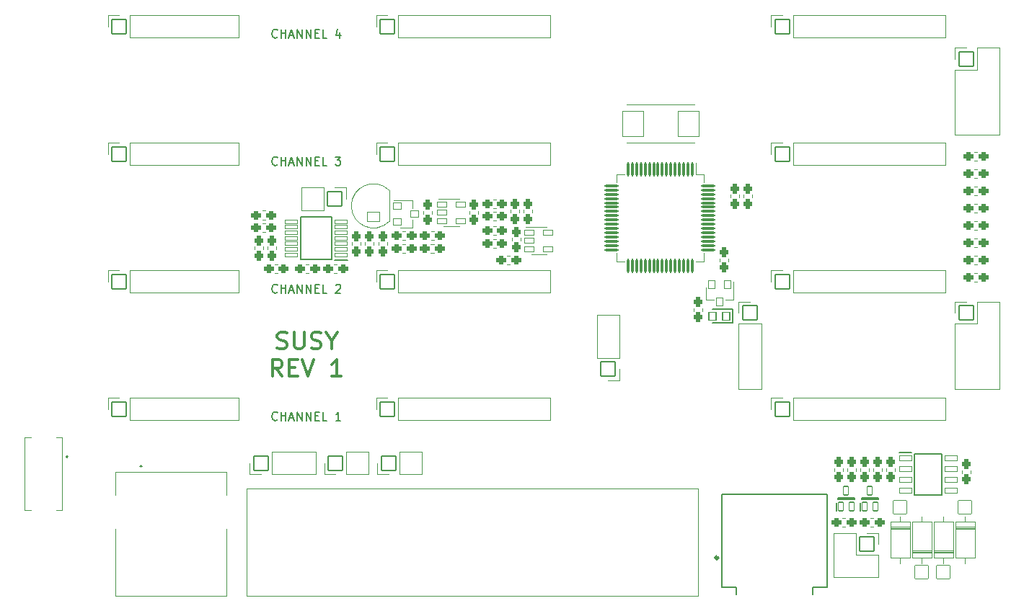
<source format=gto>
G04 #@! TF.GenerationSoftware,KiCad,Pcbnew,(6.0.4)*
G04 #@! TF.CreationDate,2022-04-17T17:26:00-05:00*
G04 #@! TF.ProjectId,interface,696e7465-7266-4616-9365-2e6b69636164,rev?*
G04 #@! TF.SameCoordinates,Original*
G04 #@! TF.FileFunction,Legend,Top*
G04 #@! TF.FilePolarity,Positive*
%FSLAX46Y46*%
G04 Gerber Fmt 4.6, Leading zero omitted, Abs format (unit mm)*
G04 Created by KiCad (PCBNEW (6.0.4)) date 2022-04-17 17:26:00*
%MOMM*%
%LPD*%
G01*
G04 APERTURE LIST*
G04 Aperture macros list*
%AMRoundRect*
0 Rectangle with rounded corners*
0 $1 Rounding radius*
0 $2 $3 $4 $5 $6 $7 $8 $9 X,Y pos of 4 corners*
0 Add a 4 corners polygon primitive as box body*
4,1,4,$2,$3,$4,$5,$6,$7,$8,$9,$2,$3,0*
0 Add four circle primitives for the rounded corners*
1,1,$1+$1,$2,$3*
1,1,$1+$1,$4,$5*
1,1,$1+$1,$6,$7*
1,1,$1+$1,$8,$9*
0 Add four rect primitives between the rounded corners*
20,1,$1+$1,$2,$3,$4,$5,0*
20,1,$1+$1,$4,$5,$6,$7,0*
20,1,$1+$1,$6,$7,$8,$9,0*
20,1,$1+$1,$8,$9,$2,$3,0*%
G04 Aperture macros list end*
%ADD10C,0.150000*%
%ADD11C,0.300000*%
%ADD12C,0.100000*%
%ADD13C,0.200000*%
%ADD14C,0.120000*%
%ADD15C,0.127000*%
%ADD16C,0.340000*%
%ADD17C,1.402000*%
%ADD18C,2.352000*%
%ADD19C,5.502000*%
%ADD20O,1.802000X1.802000*%
%ADD21RoundRect,0.051000X-0.850000X-0.850000X0.850000X-0.850000X0.850000X0.850000X-0.850000X0.850000X0*%
%ADD22RoundRect,0.051000X0.750000X-0.525000X0.750000X0.525000X-0.750000X0.525000X-0.750000X-0.525000X0*%
%ADD23O,1.602000X1.152000*%
%ADD24RoundRect,0.288500X-0.287500X-0.237500X0.287500X-0.237500X0.287500X0.237500X-0.287500X0.237500X0*%
%ADD25RoundRect,0.288500X-0.237500X0.287500X-0.237500X-0.287500X0.237500X-0.287500X0.237500X0.287500X0*%
%ADD26RoundRect,0.288500X0.237500X-0.287500X0.237500X0.287500X-0.237500X0.287500X-0.237500X-0.287500X0*%
%ADD27RoundRect,0.288500X0.287500X0.237500X-0.287500X0.237500X-0.287500X-0.237500X0.287500X-0.237500X0*%
%ADD28RoundRect,0.051000X-0.450000X-0.400000X0.450000X-0.400000X0.450000X0.400000X-0.450000X0.400000X0*%
%ADD29RoundRect,0.051000X0.275000X0.500000X-0.275000X0.500000X-0.275000X-0.500000X0.275000X-0.500000X0*%
%ADD30RoundRect,0.051000X-0.850000X0.850000X-0.850000X-0.850000X0.850000X-0.850000X0.850000X0.850000X0*%
%ADD31RoundRect,0.051000X-0.737500X0.225000X-0.737500X-0.225000X0.737500X-0.225000X0.737500X0.225000X0*%
%ADD32RoundRect,0.051000X0.750000X-0.325000X0.750000X0.325000X-0.750000X0.325000X-0.750000X-0.325000X0*%
%ADD33O,1.702000X1.702000*%
%ADD34RoundRect,0.051000X-0.800000X0.800000X-0.800000X-0.800000X0.800000X-0.800000X0.800000X0.800000X0*%
%ADD35RoundRect,0.051000X0.800000X-0.800000X0.800000X0.800000X-0.800000X0.800000X-0.800000X-0.800000X0*%
%ADD36C,1.302000*%
%ADD37O,1.410000X2.718000*%
%ADD38O,2.718000X1.410000*%
%ADD39C,3.552000*%
%ADD40C,1.502000*%
%ADD41RoundRect,0.051000X1.250000X1.500000X-1.250000X1.500000X-1.250000X-1.500000X1.250000X-1.500000X0*%
%ADD42RoundRect,0.051000X-0.400000X0.450000X-0.400000X-0.450000X0.400000X-0.450000X0.400000X0.450000X0*%
%ADD43RoundRect,0.051000X0.425000X0.475000X-0.425000X0.475000X-0.425000X-0.475000X0.425000X-0.475000X0*%
%ADD44RoundRect,0.051000X0.850000X-0.850000X0.850000X0.850000X-0.850000X0.850000X-0.850000X-0.850000X0*%
%ADD45RoundRect,0.051000X-0.530000X-0.325000X0.530000X-0.325000X0.530000X0.325000X-0.530000X0.325000X0*%
%ADD46C,4.902000*%
%ADD47RoundRect,0.126000X-0.700000X0.075000X-0.700000X-0.075000X0.700000X-0.075000X0.700000X0.075000X0*%
%ADD48RoundRect,0.126000X-0.075000X0.700000X-0.075000X-0.700000X0.075000X-0.700000X0.075000X0.700000X0*%
%ADD49RoundRect,0.051000X0.850000X0.850000X-0.850000X0.850000X-0.850000X-0.850000X0.850000X-0.850000X0*%
G04 APERTURE END LIST*
D10*
X135787238Y-72747142D02*
X135739619Y-72794761D01*
X135596761Y-72842380D01*
X135501523Y-72842380D01*
X135358666Y-72794761D01*
X135263428Y-72699523D01*
X135215809Y-72604285D01*
X135168190Y-72413809D01*
X135168190Y-72270952D01*
X135215809Y-72080476D01*
X135263428Y-71985238D01*
X135358666Y-71890000D01*
X135501523Y-71842380D01*
X135596761Y-71842380D01*
X135739619Y-71890000D01*
X135787238Y-71937619D01*
X136215809Y-72842380D02*
X136215809Y-71842380D01*
X136215809Y-72318571D02*
X136787238Y-72318571D01*
X136787238Y-72842380D02*
X136787238Y-71842380D01*
X137215809Y-72556666D02*
X137692000Y-72556666D01*
X137120571Y-72842380D02*
X137453904Y-71842380D01*
X137787238Y-72842380D01*
X138120571Y-72842380D02*
X138120571Y-71842380D01*
X138692000Y-72842380D01*
X138692000Y-71842380D01*
X139168190Y-72842380D02*
X139168190Y-71842380D01*
X139739619Y-72842380D01*
X139739619Y-71842380D01*
X140215809Y-72318571D02*
X140549142Y-72318571D01*
X140692000Y-72842380D02*
X140215809Y-72842380D01*
X140215809Y-71842380D01*
X140692000Y-71842380D01*
X141596761Y-72842380D02*
X141120571Y-72842380D01*
X141120571Y-71842380D01*
X143120571Y-72175714D02*
X143120571Y-72842380D01*
X142882476Y-71794761D02*
X142644380Y-72509047D01*
X143263428Y-72509047D01*
X135787238Y-87733142D02*
X135739619Y-87780761D01*
X135596761Y-87828380D01*
X135501523Y-87828380D01*
X135358666Y-87780761D01*
X135263428Y-87685523D01*
X135215809Y-87590285D01*
X135168190Y-87399809D01*
X135168190Y-87256952D01*
X135215809Y-87066476D01*
X135263428Y-86971238D01*
X135358666Y-86876000D01*
X135501523Y-86828380D01*
X135596761Y-86828380D01*
X135739619Y-86876000D01*
X135787238Y-86923619D01*
X136215809Y-87828380D02*
X136215809Y-86828380D01*
X136215809Y-87304571D02*
X136787238Y-87304571D01*
X136787238Y-87828380D02*
X136787238Y-86828380D01*
X137215809Y-87542666D02*
X137692000Y-87542666D01*
X137120571Y-87828380D02*
X137453904Y-86828380D01*
X137787238Y-87828380D01*
X138120571Y-87828380D02*
X138120571Y-86828380D01*
X138692000Y-87828380D01*
X138692000Y-86828380D01*
X139168190Y-87828380D02*
X139168190Y-86828380D01*
X139739619Y-87828380D01*
X139739619Y-86828380D01*
X140215809Y-87304571D02*
X140549142Y-87304571D01*
X140692000Y-87828380D02*
X140215809Y-87828380D01*
X140215809Y-86828380D01*
X140692000Y-86828380D01*
X141596761Y-87828380D02*
X141120571Y-87828380D01*
X141120571Y-86828380D01*
X142596761Y-86828380D02*
X143215809Y-86828380D01*
X142882476Y-87209333D01*
X143025333Y-87209333D01*
X143120571Y-87256952D01*
X143168190Y-87304571D01*
X143215809Y-87399809D01*
X143215809Y-87637904D01*
X143168190Y-87733142D01*
X143120571Y-87780761D01*
X143025333Y-87828380D01*
X142739619Y-87828380D01*
X142644380Y-87780761D01*
X142596761Y-87733142D01*
X135787238Y-102719142D02*
X135739619Y-102766761D01*
X135596761Y-102814380D01*
X135501523Y-102814380D01*
X135358666Y-102766761D01*
X135263428Y-102671523D01*
X135215809Y-102576285D01*
X135168190Y-102385809D01*
X135168190Y-102242952D01*
X135215809Y-102052476D01*
X135263428Y-101957238D01*
X135358666Y-101862000D01*
X135501523Y-101814380D01*
X135596761Y-101814380D01*
X135739619Y-101862000D01*
X135787238Y-101909619D01*
X136215809Y-102814380D02*
X136215809Y-101814380D01*
X136215809Y-102290571D02*
X136787238Y-102290571D01*
X136787238Y-102814380D02*
X136787238Y-101814380D01*
X137215809Y-102528666D02*
X137692000Y-102528666D01*
X137120571Y-102814380D02*
X137453904Y-101814380D01*
X137787238Y-102814380D01*
X138120571Y-102814380D02*
X138120571Y-101814380D01*
X138692000Y-102814380D01*
X138692000Y-101814380D01*
X139168190Y-102814380D02*
X139168190Y-101814380D01*
X139739619Y-102814380D01*
X139739619Y-101814380D01*
X140215809Y-102290571D02*
X140549142Y-102290571D01*
X140692000Y-102814380D02*
X140215809Y-102814380D01*
X140215809Y-101814380D01*
X140692000Y-101814380D01*
X141596761Y-102814380D02*
X141120571Y-102814380D01*
X141120571Y-101814380D01*
X142644380Y-101909619D02*
X142692000Y-101862000D01*
X142787238Y-101814380D01*
X143025333Y-101814380D01*
X143120571Y-101862000D01*
X143168190Y-101909619D01*
X143215809Y-102004857D01*
X143215809Y-102100095D01*
X143168190Y-102242952D01*
X142596761Y-102814380D01*
X143215809Y-102814380D01*
X135787238Y-117705142D02*
X135739619Y-117752761D01*
X135596761Y-117800380D01*
X135501523Y-117800380D01*
X135358666Y-117752761D01*
X135263428Y-117657523D01*
X135215809Y-117562285D01*
X135168190Y-117371809D01*
X135168190Y-117228952D01*
X135215809Y-117038476D01*
X135263428Y-116943238D01*
X135358666Y-116848000D01*
X135501523Y-116800380D01*
X135596761Y-116800380D01*
X135739619Y-116848000D01*
X135787238Y-116895619D01*
X136215809Y-117800380D02*
X136215809Y-116800380D01*
X136215809Y-117276571D02*
X136787238Y-117276571D01*
X136787238Y-117800380D02*
X136787238Y-116800380D01*
X137215809Y-117514666D02*
X137692000Y-117514666D01*
X137120571Y-117800380D02*
X137453904Y-116800380D01*
X137787238Y-117800380D01*
X138120571Y-117800380D02*
X138120571Y-116800380D01*
X138692000Y-117800380D01*
X138692000Y-116800380D01*
X139168190Y-117800380D02*
X139168190Y-116800380D01*
X139739619Y-117800380D01*
X139739619Y-116800380D01*
X140215809Y-117276571D02*
X140549142Y-117276571D01*
X140692000Y-117800380D02*
X140215809Y-117800380D01*
X140215809Y-116800380D01*
X140692000Y-116800380D01*
X141596761Y-117800380D02*
X141120571Y-117800380D01*
X141120571Y-116800380D01*
X143215809Y-117800380D02*
X142644380Y-117800380D01*
X142930095Y-117800380D02*
X142930095Y-116800380D01*
X142834857Y-116943238D01*
X142739619Y-117038476D01*
X142644380Y-117086095D01*
D11*
X135763428Y-109308523D02*
X136049142Y-109403761D01*
X136525333Y-109403761D01*
X136715809Y-109308523D01*
X136811047Y-109213285D01*
X136906285Y-109022809D01*
X136906285Y-108832333D01*
X136811047Y-108641857D01*
X136715809Y-108546619D01*
X136525333Y-108451380D01*
X136144380Y-108356142D01*
X135953904Y-108260904D01*
X135858666Y-108165666D01*
X135763428Y-107975190D01*
X135763428Y-107784714D01*
X135858666Y-107594238D01*
X135953904Y-107499000D01*
X136144380Y-107403761D01*
X136620571Y-107403761D01*
X136906285Y-107499000D01*
X137763428Y-107403761D02*
X137763428Y-109022809D01*
X137858666Y-109213285D01*
X137953904Y-109308523D01*
X138144380Y-109403761D01*
X138525333Y-109403761D01*
X138715809Y-109308523D01*
X138811047Y-109213285D01*
X138906285Y-109022809D01*
X138906285Y-107403761D01*
X139763428Y-109308523D02*
X140049142Y-109403761D01*
X140525333Y-109403761D01*
X140715809Y-109308523D01*
X140811047Y-109213285D01*
X140906285Y-109022809D01*
X140906285Y-108832333D01*
X140811047Y-108641857D01*
X140715809Y-108546619D01*
X140525333Y-108451380D01*
X140144380Y-108356142D01*
X139953904Y-108260904D01*
X139858666Y-108165666D01*
X139763428Y-107975190D01*
X139763428Y-107784714D01*
X139858666Y-107594238D01*
X139953904Y-107499000D01*
X140144380Y-107403761D01*
X140620571Y-107403761D01*
X140906285Y-107499000D01*
X142144380Y-108451380D02*
X142144380Y-109403761D01*
X141477714Y-107403761D02*
X142144380Y-108451380D01*
X142811047Y-107403761D01*
X136334857Y-112623761D02*
X135668190Y-111671380D01*
X135192000Y-112623761D02*
X135192000Y-110623761D01*
X135953904Y-110623761D01*
X136144380Y-110719000D01*
X136239619Y-110814238D01*
X136334857Y-111004714D01*
X136334857Y-111290428D01*
X136239619Y-111480904D01*
X136144380Y-111576142D01*
X135953904Y-111671380D01*
X135192000Y-111671380D01*
X137192000Y-111576142D02*
X137858666Y-111576142D01*
X138144380Y-112623761D02*
X137192000Y-112623761D01*
X137192000Y-110623761D01*
X138144380Y-110623761D01*
X138715809Y-110623761D02*
X139382476Y-112623761D01*
X140049142Y-110623761D01*
X143287238Y-112623761D02*
X142144380Y-112623761D01*
X142715809Y-112623761D02*
X142715809Y-110623761D01*
X142525333Y-110909476D01*
X142334857Y-111099952D01*
X142144380Y-111195190D01*
D12*
X106131000Y-128347000D02*
X106831000Y-128347000D01*
X106131000Y-119747000D02*
X106131000Y-128347000D01*
X106831000Y-119747000D02*
X106131000Y-119747000D01*
X110531000Y-128347000D02*
X109831000Y-128347000D01*
X110531000Y-119747000D02*
X110531000Y-128347000D01*
X109831000Y-119747000D02*
X110531000Y-119747000D01*
D13*
X111081000Y-122147000D02*
X111081000Y-122147000D01*
X111081000Y-121947000D02*
X111081000Y-121947000D01*
X111081000Y-121947000D02*
G75*
G03*
X111081000Y-122147000I0J-100000D01*
G01*
X111081000Y-122147000D02*
G75*
G03*
X111081000Y-121947000I0J100000D01*
G01*
D14*
X215332000Y-103826000D02*
X216662000Y-103826000D01*
X215332000Y-105156000D02*
X215332000Y-103826000D01*
X217932000Y-103826000D02*
X220532000Y-103826000D01*
X217932000Y-106426000D02*
X217932000Y-103826000D01*
X215332000Y-106426000D02*
X217932000Y-106426000D01*
X220532000Y-103826000D02*
X220532000Y-114106000D01*
X215332000Y-106426000D02*
X215332000Y-114106000D01*
X215332000Y-114106000D02*
X220532000Y-114106000D01*
X215332000Y-73981000D02*
X216662000Y-73981000D01*
X215332000Y-75311000D02*
X215332000Y-73981000D01*
X217932000Y-73981000D02*
X220532000Y-73981000D01*
X217932000Y-76581000D02*
X217932000Y-73981000D01*
X215332000Y-76581000D02*
X217932000Y-76581000D01*
X220532000Y-73981000D02*
X220532000Y-84261000D01*
X215332000Y-76581000D02*
X215332000Y-84261000D01*
X215332000Y-84261000D02*
X220532000Y-84261000D01*
X189932000Y-103826000D02*
X191262000Y-103826000D01*
X189932000Y-105156000D02*
X189932000Y-103826000D01*
X189932000Y-106426000D02*
X192592000Y-106426000D01*
X192592000Y-106426000D02*
X192592000Y-114106000D01*
X189932000Y-106426000D02*
X189932000Y-114106000D01*
X189932000Y-114106000D02*
X192592000Y-114106000D01*
X148916000Y-94383000D02*
X148916000Y-90783000D01*
X148904478Y-90744522D02*
G75*
G03*
X144466000Y-92583000I-1838478J-1838478D01*
G01*
X144465999Y-92583000D02*
G75*
G03*
X148904478Y-94421478I2600001J0D01*
G01*
X134004233Y-94172500D02*
X134346767Y-94172500D01*
X134004233Y-93152500D02*
X134346767Y-93152500D01*
X133094000Y-97364733D02*
X133094000Y-97707267D01*
X134114000Y-97364733D02*
X134114000Y-97707267D01*
X135638000Y-97707267D02*
X135638000Y-97364733D01*
X134618000Y-97707267D02*
X134618000Y-97364733D01*
X134004233Y-95633000D02*
X134346767Y-95633000D01*
X134004233Y-94613000D02*
X134346767Y-94613000D01*
X135464733Y-100459000D02*
X135807267Y-100459000D01*
X135464733Y-99439000D02*
X135807267Y-99439000D01*
X139147733Y-100459000D02*
X139490267Y-100459000D01*
X139147733Y-99439000D02*
X139490267Y-99439000D01*
X142449733Y-100459000D02*
X142792267Y-100459000D01*
X142449733Y-99439000D02*
X142792267Y-99439000D01*
X147068000Y-97199267D02*
X147068000Y-96856733D01*
X146048000Y-97199267D02*
X146048000Y-96856733D01*
X144524000Y-96856733D02*
X144524000Y-97199267D01*
X145544000Y-96856733D02*
X145544000Y-97199267D01*
X150819767Y-95565500D02*
X150477233Y-95565500D01*
X150819767Y-96585500D02*
X150477233Y-96585500D01*
X154158767Y-95565500D02*
X153816233Y-95565500D01*
X154158767Y-96585500D02*
X153816233Y-96585500D01*
X150819767Y-97089500D02*
X150477233Y-97089500D01*
X150819767Y-98109500D02*
X150477233Y-98109500D01*
X154144767Y-97089500D02*
X153802233Y-97089500D01*
X154144767Y-98109500D02*
X153802233Y-98109500D01*
X216152000Y-123653733D02*
X216152000Y-123996267D01*
X217172000Y-123653733D02*
X217172000Y-123996267D01*
X217633733Y-90295000D02*
X217976267Y-90295000D01*
X217633733Y-91315000D02*
X217976267Y-91315000D01*
X217633733Y-88263000D02*
X217976267Y-88263000D01*
X217633733Y-89283000D02*
X217976267Y-89283000D01*
X217633733Y-98423000D02*
X217976267Y-98423000D01*
X217633733Y-99443000D02*
X217976267Y-99443000D01*
X217633733Y-96391000D02*
X217976267Y-96391000D01*
X217633733Y-97411000D02*
X217976267Y-97411000D01*
X207262000Y-123399733D02*
X207262000Y-123742267D01*
X208282000Y-123399733D02*
X208282000Y-123742267D01*
X217633733Y-93347000D02*
X217976267Y-93347000D01*
X217633733Y-92327000D02*
X217976267Y-92327000D01*
X217633733Y-87251000D02*
X217976267Y-87251000D01*
X217633733Y-86231000D02*
X217976267Y-86231000D01*
X217633733Y-101475000D02*
X217976267Y-101475000D01*
X217633733Y-100455000D02*
X217976267Y-100455000D01*
X217633733Y-95379000D02*
X217976267Y-95379000D01*
X217633733Y-94359000D02*
X217976267Y-94359000D01*
X202139733Y-130304000D02*
X202482267Y-130304000D01*
X202139733Y-129284000D02*
X202482267Y-129284000D01*
X201166000Y-123399733D02*
X201166000Y-123742267D01*
X202186000Y-123399733D02*
X202186000Y-123742267D01*
X205784267Y-129284000D02*
X205441733Y-129284000D01*
X205784267Y-130304000D02*
X205441733Y-130304000D01*
X204214000Y-123399733D02*
X204214000Y-123742267D01*
X205234000Y-123399733D02*
X205234000Y-123742267D01*
X161461267Y-93279500D02*
X161118733Y-93279500D01*
X161461267Y-94299500D02*
X161118733Y-94299500D01*
X163193000Y-93046733D02*
X163193000Y-93389267D01*
X164213000Y-93046733D02*
X164213000Y-93389267D01*
X161118733Y-91819000D02*
X161461267Y-91819000D01*
X161118733Y-92839000D02*
X161461267Y-92839000D01*
X161461267Y-94994000D02*
X161118733Y-94994000D01*
X161461267Y-96014000D02*
X161118733Y-96014000D01*
X163112267Y-98423000D02*
X162769733Y-98423000D01*
X163112267Y-99443000D02*
X162769733Y-99443000D01*
X151636000Y-95115500D02*
X150176000Y-95115500D01*
X151636000Y-91955500D02*
X149476000Y-91955500D01*
X151636000Y-91955500D02*
X151636000Y-92885500D01*
X151636000Y-95115500D02*
X151636000Y-94185500D01*
D13*
X201390000Y-128450000D02*
X201390000Y-127450000D01*
X203565000Y-127100000D02*
X201565000Y-127100000D01*
X203565000Y-126900000D02*
X203565000Y-127100000D01*
X201565000Y-126900000D02*
X203565000Y-126900000D01*
X201565000Y-127100000D02*
X201565000Y-126900000D01*
X204184000Y-128450000D02*
X204184000Y-127450000D01*
X206359000Y-127100000D02*
X204359000Y-127100000D01*
X206359000Y-126900000D02*
X206359000Y-127100000D01*
X204359000Y-126900000D02*
X206359000Y-126900000D01*
X204359000Y-127100000D02*
X204359000Y-126900000D01*
D14*
X206308000Y-131004000D02*
X206308000Y-132334000D01*
X204978000Y-131004000D02*
X206308000Y-131004000D01*
X206308000Y-133604000D02*
X206308000Y-136204000D01*
X203708000Y-133604000D02*
X206308000Y-133604000D01*
X203708000Y-131004000D02*
X203708000Y-133604000D01*
X206308000Y-136204000D02*
X201108000Y-136204000D01*
X203708000Y-131004000D02*
X201108000Y-131004000D01*
X201108000Y-131004000D02*
X201108000Y-136204000D01*
X143824000Y-90427500D02*
X143824000Y-91757500D01*
X142494000Y-90427500D02*
X143824000Y-90427500D01*
X141224000Y-90427500D02*
X141224000Y-93087500D01*
X141224000Y-93087500D02*
X138624000Y-93087500D01*
X141224000Y-90427500D02*
X138624000Y-90427500D01*
X138624000Y-90427500D02*
X138624000Y-93087500D01*
D13*
X144010000Y-98918000D02*
X142535000Y-98918000D01*
X142185000Y-93893000D02*
X142185000Y-98893000D01*
X138485000Y-93893000D02*
X142185000Y-93893000D01*
X138485000Y-98893000D02*
X138485000Y-93893000D01*
X142185000Y-98893000D02*
X138485000Y-98893000D01*
X208767000Y-121562500D02*
X210267000Y-121562500D01*
X210617000Y-126592500D02*
X210617000Y-121692500D01*
X213817000Y-126592500D02*
X210617000Y-126592500D01*
X213817000Y-121692500D02*
X213817000Y-126592500D01*
X210617000Y-121692500D02*
X213817000Y-121692500D01*
D14*
X217655000Y-130306000D02*
X215415000Y-130306000D01*
X217655000Y-130546000D02*
X215415000Y-130546000D01*
X217655000Y-130426000D02*
X215415000Y-130426000D01*
X216535000Y-134596000D02*
X216535000Y-133946000D01*
X216535000Y-129056000D02*
X216535000Y-129706000D01*
X217655000Y-133946000D02*
X217655000Y-129706000D01*
X215415000Y-133946000D02*
X217655000Y-133946000D01*
X215415000Y-129706000D02*
X215415000Y-133946000D01*
X217655000Y-129706000D02*
X215415000Y-129706000D01*
X212875000Y-133346000D02*
X215115000Y-133346000D01*
X212875000Y-133106000D02*
X215115000Y-133106000D01*
X212875000Y-133226000D02*
X215115000Y-133226000D01*
X213995000Y-129056000D02*
X213995000Y-129706000D01*
X213995000Y-134596000D02*
X213995000Y-133946000D01*
X212875000Y-129706000D02*
X212875000Y-133946000D01*
X215115000Y-129706000D02*
X212875000Y-129706000D01*
X215115000Y-133946000D02*
X215115000Y-129706000D01*
X212875000Y-133946000D02*
X215115000Y-133946000D01*
X210035000Y-130306000D02*
X207795000Y-130306000D01*
X210035000Y-130546000D02*
X207795000Y-130546000D01*
X210035000Y-130426000D02*
X207795000Y-130426000D01*
X208915000Y-134596000D02*
X208915000Y-133946000D01*
X208915000Y-129056000D02*
X208915000Y-129706000D01*
X210035000Y-133946000D02*
X210035000Y-129706000D01*
X207795000Y-133946000D02*
X210035000Y-133946000D01*
X207795000Y-129706000D02*
X207795000Y-133946000D01*
X210035000Y-129706000D02*
X207795000Y-129706000D01*
X210335000Y-133346000D02*
X212575000Y-133346000D01*
X210335000Y-133106000D02*
X212575000Y-133106000D01*
X210335000Y-133226000D02*
X212575000Y-133226000D01*
X211455000Y-129056000D02*
X211455000Y-129706000D01*
X211455000Y-134596000D02*
X211455000Y-133946000D01*
X210335000Y-129706000D02*
X210335000Y-133946000D01*
X212575000Y-129706000D02*
X210335000Y-129706000D01*
X212575000Y-133946000D02*
X212575000Y-129706000D01*
X210335000Y-133946000D02*
X212575000Y-133946000D01*
X148719000Y-97199267D02*
X148719000Y-96856733D01*
X147699000Y-97199267D02*
X147699000Y-96856733D01*
X203710000Y-123742267D02*
X203710000Y-123399733D01*
X202690000Y-123742267D02*
X202690000Y-123399733D01*
X206758000Y-123742267D02*
X206758000Y-123399733D01*
X205738000Y-123742267D02*
X205738000Y-123399733D01*
X164717000Y-93046733D02*
X164717000Y-93389267D01*
X165737000Y-93046733D02*
X165737000Y-93389267D01*
X161461267Y-96518000D02*
X161118733Y-96518000D01*
X161461267Y-97538000D02*
X161118733Y-97538000D01*
D15*
X187957600Y-126434200D02*
X200357600Y-126434200D01*
X200357600Y-126434200D02*
X200357600Y-137434200D01*
X187957600Y-126434200D02*
X187957600Y-137434200D01*
X187957600Y-137434200D02*
X189657600Y-137434200D01*
X198657600Y-137434200D02*
X200357600Y-137434200D01*
X189657600Y-137434200D02*
X189657600Y-138234200D01*
X198657600Y-137434200D02*
X198657600Y-138234200D01*
D16*
X187527600Y-133934200D02*
G75*
G03*
X187527600Y-133934200I-170000J0D01*
G01*
D12*
X116761000Y-126527000D02*
X116761000Y-123827000D01*
X116761000Y-123827000D02*
X129761000Y-123827000D01*
X129761000Y-123827000D02*
X129761000Y-126527000D01*
X116761000Y-130527000D02*
X116761000Y-138427000D01*
X116761000Y-138427000D02*
X129761000Y-138427000D01*
X129761000Y-138427000D02*
X129761000Y-130527000D01*
D13*
X119661000Y-123157000D02*
X119661000Y-123157000D01*
X119861000Y-123157000D02*
X119861000Y-123157000D01*
X119861000Y-123157000D02*
G75*
G03*
X119661000Y-123157000I-100000J0D01*
G01*
X119661000Y-123157000D02*
G75*
G03*
X119861000Y-123157000I100000J0D01*
G01*
D12*
X184788000Y-80681000D02*
X176788000Y-80681000D01*
X184788000Y-85181000D02*
X176788000Y-85181000D01*
D14*
X187704000Y-98761733D02*
X187704000Y-99104267D01*
X188724000Y-98761733D02*
X188724000Y-99104267D01*
X184656000Y-104603733D02*
X184656000Y-104946267D01*
X185676000Y-104603733D02*
X185676000Y-104946267D01*
X186126000Y-103630000D02*
X186126000Y-102170000D01*
X189286000Y-103630000D02*
X189286000Y-101470000D01*
X189286000Y-103630000D02*
X188356000Y-103630000D01*
X186126000Y-103630000D02*
X187056000Y-103630000D01*
D13*
X189281000Y-104712000D02*
X186906000Y-104712000D01*
X189281000Y-106362000D02*
X189281000Y-104712000D01*
X186906000Y-106362000D02*
X189281000Y-106362000D01*
D14*
X141291000Y-124139000D02*
X141291000Y-122809000D01*
X142621000Y-124139000D02*
X141291000Y-124139000D01*
X143891000Y-124139000D02*
X143891000Y-121479000D01*
X143891000Y-121479000D02*
X146491000Y-121479000D01*
X143891000Y-124139000D02*
X146491000Y-124139000D01*
X146491000Y-124139000D02*
X146491000Y-121479000D01*
X132528000Y-124139000D02*
X132528000Y-122809000D01*
X133858000Y-124139000D02*
X132528000Y-124139000D01*
X135128000Y-124139000D02*
X135128000Y-121479000D01*
X135128000Y-121479000D02*
X140268000Y-121479000D01*
X135128000Y-124139000D02*
X140268000Y-124139000D01*
X140268000Y-124139000D02*
X140268000Y-121479000D01*
X147514000Y-124139000D02*
X147514000Y-122809000D01*
X148844000Y-124139000D02*
X147514000Y-124139000D01*
X150114000Y-124139000D02*
X150114000Y-121479000D01*
X150114000Y-121479000D02*
X152714000Y-121479000D01*
X150114000Y-124139000D02*
X152714000Y-124139000D01*
X152714000Y-124139000D02*
X152714000Y-121479000D01*
X165597000Y-98311000D02*
X167397000Y-98311000D01*
X167397000Y-95091000D02*
X164947000Y-95091000D01*
X155310000Y-95009000D02*
X157110000Y-95009000D01*
X157110000Y-91789000D02*
X154660000Y-91789000D01*
X163320000Y-96691267D02*
X163320000Y-96348733D01*
X164340000Y-96691267D02*
X164340000Y-96348733D01*
X159387000Y-93173733D02*
X159387000Y-93516267D01*
X158367000Y-93173733D02*
X158367000Y-93516267D01*
X152906000Y-93516267D02*
X152906000Y-93173733D01*
X153926000Y-93516267D02*
X153926000Y-93173733D01*
D12*
X132158000Y-138405000D02*
X132158000Y-125805000D01*
X185188000Y-138405000D02*
X132158000Y-138405000D01*
X185188000Y-125805000D02*
X185188000Y-138405000D01*
X132158000Y-125805000D02*
X185188000Y-125805000D01*
D14*
X184881000Y-88870000D02*
X184881000Y-87530000D01*
X185831000Y-88870000D02*
X184881000Y-88870000D01*
X185831000Y-89820000D02*
X185831000Y-88870000D01*
X185831000Y-99090000D02*
X184881000Y-99090000D01*
X185831000Y-98140000D02*
X185831000Y-99090000D01*
X175611000Y-88870000D02*
X176561000Y-88870000D01*
X175611000Y-89820000D02*
X175611000Y-88870000D01*
X175611000Y-99090000D02*
X176561000Y-99090000D01*
X175611000Y-98140000D02*
X175611000Y-99090000D01*
X188974000Y-91268733D02*
X188974000Y-91611267D01*
X189994000Y-91268733D02*
X189994000Y-91611267D01*
X190498000Y-91268733D02*
X190498000Y-91611267D01*
X191518000Y-91268733D02*
X191518000Y-91611267D01*
X175955000Y-105350000D02*
X173295000Y-105350000D01*
X175955000Y-110490000D02*
X175955000Y-105350000D01*
X173295000Y-110490000D02*
X173295000Y-105350000D01*
X175955000Y-110490000D02*
X173295000Y-110490000D01*
X175955000Y-111760000D02*
X175955000Y-113090000D01*
X175955000Y-113090000D02*
X174625000Y-113090000D01*
X196342000Y-72831000D02*
X196342000Y-70171000D01*
X196342000Y-72831000D02*
X214182000Y-72831000D01*
X214182000Y-72831000D02*
X214182000Y-70171000D01*
X196342000Y-70171000D02*
X214182000Y-70171000D01*
X193742000Y-70171000D02*
X195072000Y-70171000D01*
X193742000Y-71501000D02*
X193742000Y-70171000D01*
X196342000Y-87817000D02*
X196342000Y-85157000D01*
X196342000Y-87817000D02*
X214182000Y-87817000D01*
X214182000Y-87817000D02*
X214182000Y-85157000D01*
X196342000Y-85157000D02*
X214182000Y-85157000D01*
X193742000Y-85157000D02*
X195072000Y-85157000D01*
X193742000Y-86487000D02*
X193742000Y-85157000D01*
X196342000Y-102803000D02*
X196342000Y-100143000D01*
X196342000Y-102803000D02*
X214182000Y-102803000D01*
X214182000Y-102803000D02*
X214182000Y-100143000D01*
X196342000Y-100143000D02*
X214182000Y-100143000D01*
X193742000Y-100143000D02*
X195072000Y-100143000D01*
X193742000Y-101473000D02*
X193742000Y-100143000D01*
X196342000Y-117789000D02*
X196342000Y-115129000D01*
X196342000Y-117789000D02*
X214182000Y-117789000D01*
X214182000Y-117789000D02*
X214182000Y-115129000D01*
X196342000Y-115129000D02*
X214182000Y-115129000D01*
X193742000Y-115129000D02*
X195072000Y-115129000D01*
X193742000Y-116459000D02*
X193742000Y-115129000D01*
X149987000Y-72831000D02*
X149987000Y-70171000D01*
X149987000Y-72831000D02*
X167827000Y-72831000D01*
X167827000Y-72831000D02*
X167827000Y-70171000D01*
X149987000Y-70171000D02*
X167827000Y-70171000D01*
X147387000Y-70171000D02*
X148717000Y-70171000D01*
X147387000Y-71501000D02*
X147387000Y-70171000D01*
X147387000Y-86487000D02*
X147387000Y-85157000D01*
X147387000Y-85157000D02*
X148717000Y-85157000D01*
X149987000Y-85157000D02*
X167827000Y-85157000D01*
X167827000Y-87817000D02*
X167827000Y-85157000D01*
X149987000Y-87817000D02*
X167827000Y-87817000D01*
X149987000Y-87817000D02*
X149987000Y-85157000D01*
X149987000Y-102803000D02*
X149987000Y-100143000D01*
X149987000Y-102803000D02*
X167827000Y-102803000D01*
X167827000Y-102803000D02*
X167827000Y-100143000D01*
X149987000Y-100143000D02*
X167827000Y-100143000D01*
X147387000Y-100143000D02*
X148717000Y-100143000D01*
X147387000Y-101473000D02*
X147387000Y-100143000D01*
X147387000Y-116459000D02*
X147387000Y-115129000D01*
X147387000Y-115129000D02*
X148717000Y-115129000D01*
X149987000Y-115129000D02*
X167827000Y-115129000D01*
X167827000Y-117789000D02*
X167827000Y-115129000D01*
X149987000Y-117789000D02*
X167827000Y-117789000D01*
X149987000Y-117789000D02*
X149987000Y-115129000D01*
X118491000Y-72831000D02*
X118491000Y-70171000D01*
X118491000Y-72831000D02*
X131251000Y-72831000D01*
X131251000Y-72831000D02*
X131251000Y-70171000D01*
X118491000Y-70171000D02*
X131251000Y-70171000D01*
X115891000Y-70171000D02*
X117221000Y-70171000D01*
X115891000Y-71501000D02*
X115891000Y-70171000D01*
X118491000Y-102803000D02*
X118491000Y-100143000D01*
X118491000Y-102803000D02*
X131251000Y-102803000D01*
X131251000Y-102803000D02*
X131251000Y-100143000D01*
X118491000Y-100143000D02*
X131251000Y-100143000D01*
X115891000Y-100143000D02*
X117221000Y-100143000D01*
X115891000Y-101473000D02*
X115891000Y-100143000D01*
X115891000Y-86487000D02*
X115891000Y-85157000D01*
X115891000Y-85157000D02*
X117221000Y-85157000D01*
X118491000Y-85157000D02*
X131251000Y-85157000D01*
X131251000Y-87817000D02*
X131251000Y-85157000D01*
X118491000Y-87817000D02*
X131251000Y-87817000D01*
X118491000Y-87817000D02*
X118491000Y-85157000D01*
X115891000Y-116459000D02*
X115891000Y-115129000D01*
X115891000Y-115129000D02*
X117221000Y-115129000D01*
X118491000Y-115129000D02*
X131251000Y-115129000D01*
X131251000Y-117789000D02*
X131251000Y-115129000D01*
X118491000Y-117789000D02*
X131251000Y-117789000D01*
X118491000Y-117789000D02*
X118491000Y-115129000D01*
%LPC*%
D17*
X108331000Y-122047000D03*
X108331000Y-124047000D03*
X108331000Y-126047000D03*
D18*
X108331000Y-119947000D03*
X108331000Y-128147000D03*
D19*
X223266000Y-70358000D03*
X110998000Y-70485000D03*
X110998000Y-133350000D03*
X223266000Y-133350000D03*
D20*
X219202000Y-112776000D03*
X216662000Y-112776000D03*
X219202000Y-110236000D03*
X216662000Y-110236000D03*
X219202000Y-107696000D03*
X216662000Y-107696000D03*
X219202000Y-105156000D03*
D21*
X216662000Y-105156000D03*
D20*
X219202000Y-82931000D03*
X216662000Y-82931000D03*
X219202000Y-80391000D03*
X216662000Y-80391000D03*
X219202000Y-77851000D03*
X216662000Y-77851000D03*
X219202000Y-75311000D03*
D21*
X216662000Y-75311000D03*
X191262000Y-105156000D03*
D20*
X191262000Y-107696000D03*
X191262000Y-110236000D03*
X191262000Y-112776000D03*
D22*
X147066000Y-93853000D03*
D23*
X147066000Y-91313000D03*
X147066000Y-92583000D03*
D24*
X135050500Y-93662500D03*
X133300500Y-93662500D03*
D25*
X133604000Y-98411000D03*
X133604000Y-96661000D03*
D26*
X135128000Y-96661000D03*
X135128000Y-98411000D03*
D24*
X135050500Y-95123000D03*
X133300500Y-95123000D03*
X136511000Y-99949000D03*
X134761000Y-99949000D03*
X140194000Y-99949000D03*
X138444000Y-99949000D03*
X143496000Y-99949000D03*
X141746000Y-99949000D03*
D26*
X146558000Y-96153000D03*
X146558000Y-97903000D03*
D25*
X145034000Y-97903000D03*
X145034000Y-96153000D03*
D27*
X149773500Y-96075500D03*
X151523500Y-96075500D03*
X153112500Y-96075500D03*
X154862500Y-96075500D03*
X149773500Y-97599500D03*
X151523500Y-97599500D03*
X153098500Y-97599500D03*
X154848500Y-97599500D03*
D25*
X216662000Y-124700000D03*
X216662000Y-122950000D03*
D24*
X216930000Y-90805000D03*
X218680000Y-90805000D03*
X216930000Y-88773000D03*
X218680000Y-88773000D03*
X216930000Y-98933000D03*
X218680000Y-98933000D03*
X216930000Y-96901000D03*
X218680000Y-96901000D03*
D25*
X207772000Y-124446000D03*
X207772000Y-122696000D03*
D24*
X218680000Y-92837000D03*
X216930000Y-92837000D03*
X218680000Y-86741000D03*
X216930000Y-86741000D03*
X218680000Y-100965000D03*
X216930000Y-100965000D03*
X218680000Y-94869000D03*
X216930000Y-94869000D03*
X203186000Y-129794000D03*
X201436000Y-129794000D03*
D25*
X201676000Y-124446000D03*
X201676000Y-122696000D03*
D27*
X204738000Y-129794000D03*
X206488000Y-129794000D03*
D25*
X204724000Y-124446000D03*
X204724000Y-122696000D03*
D27*
X160415000Y-93789500D03*
X162165000Y-93789500D03*
D25*
X163703000Y-94093000D03*
X163703000Y-92343000D03*
D24*
X160415000Y-92329000D03*
X162165000Y-92329000D03*
D27*
X160415000Y-95504000D03*
X162165000Y-95504000D03*
X162066000Y-98933000D03*
X163816000Y-98933000D03*
D28*
X151876000Y-93535500D03*
X149876000Y-94485500D03*
X149876000Y-92585500D03*
D29*
X202565000Y-126050000D03*
X203215000Y-127950000D03*
X201915000Y-127950000D03*
X205359000Y-126050000D03*
X206009000Y-127950000D03*
X204709000Y-127950000D03*
D20*
X202438000Y-134874000D03*
X202438000Y-132334000D03*
X204978000Y-134874000D03*
D30*
X204978000Y-132334000D03*
D20*
X139954000Y-91757500D03*
D30*
X142494000Y-91757500D03*
D31*
X137397000Y-98343000D03*
X137397000Y-97693000D03*
X137397000Y-97043000D03*
X137397000Y-96393000D03*
X137397000Y-95743000D03*
X137397000Y-95093000D03*
X137397000Y-94443000D03*
X143273000Y-94443000D03*
X143273000Y-95093000D03*
X143273000Y-95743000D03*
X143273000Y-96393000D03*
X143273000Y-97043000D03*
X143273000Y-97693000D03*
X143273000Y-98343000D03*
D32*
X214917000Y-122237500D03*
X214917000Y-123507500D03*
X214917000Y-124777500D03*
X214917000Y-126047500D03*
X209517000Y-126047500D03*
X209517000Y-124777500D03*
X209517000Y-123507500D03*
X209517000Y-122237500D03*
D33*
X216535000Y-135636000D03*
D34*
X216535000Y-128016000D03*
D33*
X213995000Y-128016000D03*
D35*
X213995000Y-135636000D03*
D33*
X208915000Y-135636000D03*
D34*
X208915000Y-128016000D03*
D33*
X211455000Y-128016000D03*
D35*
X211455000Y-135636000D03*
D26*
X148209000Y-96153000D03*
X148209000Y-97903000D03*
X203200000Y-122696000D03*
X203200000Y-124446000D03*
X206248000Y-122696000D03*
X206248000Y-124446000D03*
D25*
X165227000Y-94093000D03*
X165227000Y-92343000D03*
D27*
X160415000Y-97028000D03*
X162165000Y-97028000D03*
D36*
X199157600Y-133934200D03*
X199157600Y-136434200D03*
X194157600Y-128934200D03*
X189157600Y-133934200D03*
X189157600Y-136434200D03*
D37*
X189157600Y-128934200D03*
X199157600Y-128934200D03*
D38*
X194157600Y-133934200D03*
D39*
X128261000Y-128527000D03*
X118261000Y-128527000D03*
D40*
X126761000Y-125857000D03*
X124261000Y-125857000D03*
X122261000Y-125857000D03*
X119761000Y-125857000D03*
D41*
X177538000Y-82931000D03*
X184038000Y-82931000D03*
D25*
X188214000Y-99808000D03*
X188214000Y-98058000D03*
X185166000Y-105650000D03*
X185166000Y-103900000D03*
D42*
X187706000Y-103870000D03*
X186756000Y-101870000D03*
X188656000Y-101870000D03*
D43*
X186906000Y-105537000D03*
X188506000Y-105537000D03*
D20*
X145161000Y-122809000D03*
D44*
X142621000Y-122809000D03*
D20*
X138938000Y-122809000D03*
X136398000Y-122809000D03*
D44*
X133858000Y-122809000D03*
D20*
X151384000Y-122809000D03*
D44*
X148844000Y-122809000D03*
D45*
X167597000Y-95751000D03*
X167597000Y-97651000D03*
X165397000Y-97651000D03*
X165397000Y-96701000D03*
X165397000Y-95751000D03*
X157310000Y-92449000D03*
X157310000Y-94349000D03*
X155110000Y-94349000D03*
X155110000Y-93399000D03*
X155110000Y-92449000D03*
D26*
X163830000Y-95645000D03*
X163830000Y-97395000D03*
D25*
X158877000Y-94220000D03*
X158877000Y-92470000D03*
D26*
X153416000Y-92470000D03*
X153416000Y-94220000D03*
D46*
X182193000Y-129615000D03*
X135153000Y-129615000D03*
D40*
X175233000Y-128905000D03*
X173853000Y-130325000D03*
X172473000Y-128905000D03*
X171093000Y-130325000D03*
X169713000Y-128905000D03*
X168333000Y-130325000D03*
X166953000Y-128905000D03*
X165573000Y-130325000D03*
X164193000Y-128905000D03*
X162813000Y-130325000D03*
X161433000Y-128905000D03*
X160053000Y-130325000D03*
X158673000Y-128905000D03*
X157293000Y-130325000D03*
X155913000Y-128905000D03*
X154533000Y-130325000D03*
X153153000Y-128905000D03*
X151773000Y-130325000D03*
X150393000Y-128905000D03*
X149013000Y-130325000D03*
X147633000Y-128905000D03*
X146253000Y-130325000D03*
X144873000Y-128905000D03*
X143493000Y-130325000D03*
X142113000Y-128905000D03*
D47*
X186396000Y-90230000D03*
X186396000Y-90730000D03*
X186396000Y-91230000D03*
X186396000Y-91730000D03*
X186396000Y-92230000D03*
X186396000Y-92730000D03*
X186396000Y-93230000D03*
X186396000Y-93730000D03*
X186396000Y-94230000D03*
X186396000Y-94730000D03*
X186396000Y-95230000D03*
X186396000Y-95730000D03*
X186396000Y-96230000D03*
X186396000Y-96730000D03*
X186396000Y-97230000D03*
X186396000Y-97730000D03*
D48*
X184471000Y-99655000D03*
X183971000Y-99655000D03*
X183471000Y-99655000D03*
X182971000Y-99655000D03*
X182471000Y-99655000D03*
X181971000Y-99655000D03*
X181471000Y-99655000D03*
X180971000Y-99655000D03*
X180471000Y-99655000D03*
X179971000Y-99655000D03*
X179471000Y-99655000D03*
X178971000Y-99655000D03*
X178471000Y-99655000D03*
X177971000Y-99655000D03*
X177471000Y-99655000D03*
X176971000Y-99655000D03*
D47*
X175046000Y-97730000D03*
X175046000Y-97230000D03*
X175046000Y-96730000D03*
X175046000Y-96230000D03*
X175046000Y-95730000D03*
X175046000Y-95230000D03*
X175046000Y-94730000D03*
X175046000Y-94230000D03*
X175046000Y-93730000D03*
X175046000Y-93230000D03*
X175046000Y-92730000D03*
X175046000Y-92230000D03*
X175046000Y-91730000D03*
X175046000Y-91230000D03*
X175046000Y-90730000D03*
X175046000Y-90230000D03*
D48*
X176971000Y-88305000D03*
X177471000Y-88305000D03*
X177971000Y-88305000D03*
X178471000Y-88305000D03*
X178971000Y-88305000D03*
X179471000Y-88305000D03*
X179971000Y-88305000D03*
X180471000Y-88305000D03*
X180971000Y-88305000D03*
X181471000Y-88305000D03*
X181971000Y-88305000D03*
X182471000Y-88305000D03*
X182971000Y-88305000D03*
X183471000Y-88305000D03*
X183971000Y-88305000D03*
X184471000Y-88305000D03*
D25*
X189484000Y-92315000D03*
X189484000Y-90565000D03*
X191008000Y-92315000D03*
X191008000Y-90565000D03*
D49*
X174625000Y-111760000D03*
D20*
X174625000Y-109220000D03*
X174625000Y-106680000D03*
D44*
X195072000Y-71501000D03*
D20*
X197612000Y-71501000D03*
X200152000Y-71501000D03*
X202692000Y-71501000D03*
X205232000Y-71501000D03*
X207772000Y-71501000D03*
X210312000Y-71501000D03*
X212852000Y-71501000D03*
D44*
X195072000Y-86487000D03*
D20*
X197612000Y-86487000D03*
X200152000Y-86487000D03*
X202692000Y-86487000D03*
X205232000Y-86487000D03*
X207772000Y-86487000D03*
X210312000Y-86487000D03*
X212852000Y-86487000D03*
D44*
X195072000Y-101473000D03*
D20*
X197612000Y-101473000D03*
X200152000Y-101473000D03*
X202692000Y-101473000D03*
X205232000Y-101473000D03*
X207772000Y-101473000D03*
X210312000Y-101473000D03*
X212852000Y-101473000D03*
D44*
X195072000Y-116459000D03*
D20*
X197612000Y-116459000D03*
X200152000Y-116459000D03*
X202692000Y-116459000D03*
X205232000Y-116459000D03*
X207772000Y-116459000D03*
X210312000Y-116459000D03*
X212852000Y-116459000D03*
D44*
X148717000Y-71501000D03*
D20*
X151257000Y-71501000D03*
X153797000Y-71501000D03*
X156337000Y-71501000D03*
X158877000Y-71501000D03*
X161417000Y-71501000D03*
X163957000Y-71501000D03*
X166497000Y-71501000D03*
X166497000Y-86487000D03*
X163957000Y-86487000D03*
X161417000Y-86487000D03*
X158877000Y-86487000D03*
X156337000Y-86487000D03*
X153797000Y-86487000D03*
X151257000Y-86487000D03*
D44*
X148717000Y-86487000D03*
X148717000Y-101473000D03*
D20*
X151257000Y-101473000D03*
X153797000Y-101473000D03*
X156337000Y-101473000D03*
X158877000Y-101473000D03*
X161417000Y-101473000D03*
X163957000Y-101473000D03*
X166497000Y-101473000D03*
X166497000Y-116459000D03*
X163957000Y-116459000D03*
X161417000Y-116459000D03*
X158877000Y-116459000D03*
X156337000Y-116459000D03*
X153797000Y-116459000D03*
X151257000Y-116459000D03*
D44*
X148717000Y-116459000D03*
X117221000Y-71501000D03*
D20*
X119761000Y-71501000D03*
X122301000Y-71501000D03*
X124841000Y-71501000D03*
X127381000Y-71501000D03*
X129921000Y-71501000D03*
D44*
X117221000Y-101473000D03*
D20*
X119761000Y-101473000D03*
X122301000Y-101473000D03*
X124841000Y-101473000D03*
X127381000Y-101473000D03*
X129921000Y-101473000D03*
X129921000Y-86487000D03*
X127381000Y-86487000D03*
X124841000Y-86487000D03*
X122301000Y-86487000D03*
X119761000Y-86487000D03*
D44*
X117221000Y-86487000D03*
D20*
X129921000Y-116459000D03*
X127381000Y-116459000D03*
X124841000Y-116459000D03*
X122301000Y-116459000D03*
X119761000Y-116459000D03*
D44*
X117221000Y-116459000D03*
M02*

</source>
